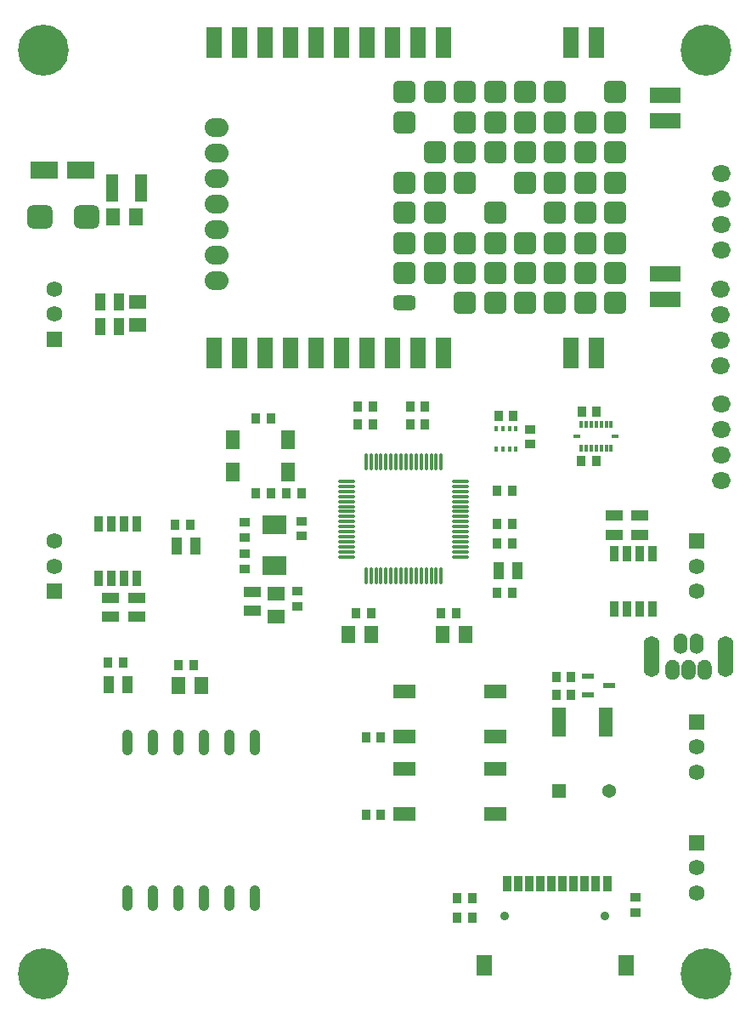
<source format=gbr>
%TF.GenerationSoftware,Altium Limited,Altium Designer,22.7.1 (60)*%
G04 Layer_Color=8388736*
%FSLAX45Y45*%
%MOMM*%
%TF.SameCoordinates,C4916FE7-F214-4651-8B13-81D0A890374D*%
%TF.FilePolarity,Negative*%
%TF.FileFunction,Soldermask,Top*%
%TF.Part,Single*%
G01*
G75*
%TA.AperFunction,SMDPad,CuDef*%
%ADD14R,0.35000X0.50000*%
%ADD81R,0.87600X1.07600*%
%ADD83R,1.23600X2.79600*%
%ADD84R,1.47600X1.77600*%
%ADD90R,1.07600X1.77600*%
%ADD91R,1.77600X1.47600*%
%TA.AperFunction,ComponentPad*%
%ADD94O,1.87600X1.67600*%
%ADD95C,0.87600*%
%ADD96R,1.58400X1.58400*%
%ADD97C,1.58400*%
%ADD98O,1.57600X4.07600*%
%ADD99R,1.37600X1.37600*%
%ADD100C,1.37600*%
%ADD101O,2.37600X1.87600*%
%TA.AperFunction,ViaPad*%
%ADD102C,5.07600*%
%TA.AperFunction,SMDPad,CuDef*%
G04:AMPARAMS|DCode=108|XSize=1.636mm|YSize=0.356mm|CornerRadius=0.108mm|HoleSize=0mm|Usage=FLASHONLY|Rotation=90.000|XOffset=0mm|YOffset=0mm|HoleType=Round|Shape=RoundedRectangle|*
%AMROUNDEDRECTD108*
21,1,1.63600,0.14000,0,0,90.0*
21,1,1.42000,0.35600,0,0,90.0*
1,1,0.21600,0.07000,0.71000*
1,1,0.21600,0.07000,-0.71000*
1,1,0.21600,-0.07000,-0.71000*
1,1,0.21600,-0.07000,0.71000*
%
%ADD108ROUNDEDRECTD108*%
G04:AMPARAMS|DCode=109|XSize=1.636mm|YSize=0.356mm|CornerRadius=0.108mm|HoleSize=0mm|Usage=FLASHONLY|Rotation=180.000|XOffset=0mm|YOffset=0mm|HoleType=Round|Shape=RoundedRectangle|*
%AMROUNDEDRECTD109*
21,1,1.63600,0.14000,0,0,180.0*
21,1,1.42000,0.35600,0,0,180.0*
1,1,0.21600,-0.71000,0.07000*
1,1,0.21600,0.71000,0.07000*
1,1,0.21600,0.71000,-0.07000*
1,1,0.21600,-0.71000,-0.07000*
%
%ADD109ROUNDEDRECTD109*%
%ADD110R,0.66600X0.42600*%
%ADD111R,0.42600X0.66600*%
G04:AMPARAMS|DCode=112|XSize=2.276mm|YSize=2.276mm|CornerRadius=0.588mm|HoleSize=0mm|Usage=FLASHONLY|Rotation=90.000|XOffset=0mm|YOffset=0mm|HoleType=Round|Shape=RoundedRectangle|*
%AMROUNDEDRECTD112*
21,1,2.27600,1.10000,0,0,90.0*
21,1,1.10000,2.27600,0,0,90.0*
1,1,1.17600,0.55000,0.55000*
1,1,1.17600,0.55000,-0.55000*
1,1,1.17600,-0.55000,-0.55000*
1,1,1.17600,-0.55000,0.55000*
%
%ADD112ROUNDEDRECTD112*%
G04:AMPARAMS|DCode=113|XSize=1.476mm|YSize=2.276mm|CornerRadius=0.388mm|HoleSize=0mm|Usage=FLASHONLY|Rotation=90.000|XOffset=0mm|YOffset=0mm|HoleType=Round|Shape=RoundedRectangle|*
%AMROUNDEDRECTD113*
21,1,1.47600,1.50000,0,0,90.0*
21,1,0.70000,2.27600,0,0,90.0*
1,1,0.77600,0.75000,0.35000*
1,1,0.77600,0.75000,-0.35000*
1,1,0.77600,-0.75000,-0.35000*
1,1,0.77600,-0.75000,0.35000*
%
%ADD113ROUNDEDRECTD113*%
%ADD114R,1.57600X3.07600*%
%ADD115R,3.07600X1.57600*%
%ADD116R,0.87600X1.57600*%
%ADD117R,1.57600X2.07600*%
%ADD118R,2.67600X1.67600*%
G04:AMPARAMS|DCode=119|XSize=2.376mm|YSize=2.576mm|CornerRadius=0.613mm|HoleSize=0mm|Usage=FLASHONLY|Rotation=270.000|XOffset=0mm|YOffset=0mm|HoleType=Round|Shape=RoundedRectangle|*
%AMROUNDEDRECTD119*
21,1,2.37600,1.35000,0,0,270.0*
21,1,1.15000,2.57600,0,0,270.0*
1,1,1.22600,-0.67500,-0.57500*
1,1,1.22600,-0.67500,0.57500*
1,1,1.22600,0.67500,0.57500*
1,1,1.22600,0.67500,-0.57500*
%
%ADD119ROUNDEDRECTD119*%
%ADD120R,0.87600X1.52600*%
%ADD121R,1.77600X1.07600*%
%ADD122R,1.29520X0.60940*%
%ADD123R,1.37600X2.87600*%
%ADD124R,1.07600X0.87600*%
%ADD125R,2.47600X1.97600*%
%ADD126R,1.37600X1.97600*%
%ADD127O,1.07600X2.57600*%
%ADD128R,2.17600X1.47600*%
G36*
X6903700Y3789900D02*
X6907300Y3789600D01*
X6911000Y3789100D01*
X6914600Y3788500D01*
X6918100Y3787600D01*
X6921600Y3786600D01*
X6925100Y3785400D01*
X6928500Y3783900D01*
X6931800Y3782400D01*
X6935000Y3780600D01*
X6938100Y3778700D01*
X6941100Y3776600D01*
X6944100Y3774400D01*
X6946800Y3772000D01*
X6949500Y3769500D01*
X6952000Y3766800D01*
X6954400Y3764100D01*
X6956600Y3761100D01*
X6958700Y3758100D01*
X6960600Y3755000D01*
X6962400Y3751800D01*
X6963900Y3748500D01*
X6965400Y3745100D01*
X6966600Y3741600D01*
X6967600Y3738100D01*
X6968500Y3734600D01*
X6969100Y3731000D01*
X6969600Y3727300D01*
X6969900Y3723700D01*
X6970000Y3720000D01*
Y3660000D01*
X6969900Y3656300D01*
X6969600Y3652700D01*
X6969100Y3649000D01*
X6968500Y3645400D01*
X6967600Y3641900D01*
X6966600Y3638400D01*
X6965400Y3634900D01*
X6963900Y3631500D01*
X6962400Y3628200D01*
X6960600Y3625000D01*
X6958700Y3621900D01*
X6956600Y3618900D01*
X6954400Y3615900D01*
X6952000Y3613200D01*
X6949500Y3610500D01*
X6946800Y3608000D01*
X6944100Y3605600D01*
X6941100Y3603400D01*
X6938100Y3601300D01*
X6935000Y3599400D01*
X6931800Y3597600D01*
X6928500Y3596100D01*
X6925100Y3594600D01*
X6921600Y3593400D01*
X6918100Y3592400D01*
X6914600Y3591500D01*
X6911000Y3590900D01*
X6907300Y3590400D01*
X6903700Y3590100D01*
X6900000Y3590000D01*
X6896300Y3590100D01*
X6892700Y3590400D01*
X6889000Y3590900D01*
X6885400Y3591500D01*
X6881900Y3592400D01*
X6878400Y3593400D01*
X6874900Y3594600D01*
X6871500Y3596100D01*
X6868200Y3597600D01*
X6865000Y3599400D01*
X6861900Y3601300D01*
X6858900Y3603400D01*
X6855900Y3605600D01*
X6853200Y3608000D01*
X6850500Y3610500D01*
X6848000Y3613200D01*
X6845600Y3615900D01*
X6843400Y3618900D01*
X6841300Y3621900D01*
X6839400Y3625000D01*
X6837600Y3628200D01*
X6836100Y3631500D01*
X6834600Y3634900D01*
X6833400Y3638400D01*
X6832400Y3641900D01*
X6831500Y3645400D01*
X6830900Y3649000D01*
X6830400Y3652700D01*
X6830100Y3656300D01*
X6830000Y3660000D01*
Y3720000D01*
X6830100Y3723700D01*
X6830400Y3727300D01*
X6830900Y3731000D01*
X6831500Y3734600D01*
X6832400Y3738100D01*
X6833400Y3741600D01*
X6834600Y3745100D01*
X6836100Y3748500D01*
X6837600Y3751800D01*
X6839400Y3755000D01*
X6841300Y3758100D01*
X6843400Y3761100D01*
X6845600Y3764100D01*
X6848000Y3766800D01*
X6850500Y3769500D01*
X6853200Y3772000D01*
X6855900Y3774400D01*
X6858900Y3776600D01*
X6861900Y3778700D01*
X6865000Y3780600D01*
X6868200Y3782400D01*
X6871500Y3783900D01*
X6874900Y3785400D01*
X6878400Y3786600D01*
X6881900Y3787600D01*
X6885400Y3788500D01*
X6889000Y3789100D01*
X6892700Y3789600D01*
X6896300Y3789900D01*
X6900000Y3790000D01*
X6903700Y3789900D01*
D02*
G37*
G36*
X6743700D02*
X6747300Y3789600D01*
X6751000Y3789100D01*
X6754600Y3788500D01*
X6758100Y3787600D01*
X6761600Y3786600D01*
X6765100Y3785400D01*
X6768500Y3783900D01*
X6771800Y3782400D01*
X6775000Y3780600D01*
X6778100Y3778700D01*
X6781100Y3776600D01*
X6784100Y3774400D01*
X6786800Y3772000D01*
X6789500Y3769500D01*
X6792000Y3766800D01*
X6794400Y3764100D01*
X6796600Y3761100D01*
X6798700Y3758100D01*
X6800600Y3755000D01*
X6802400Y3751800D01*
X6803900Y3748500D01*
X6805400Y3745100D01*
X6806600Y3741600D01*
X6807600Y3738100D01*
X6808500Y3734600D01*
X6809100Y3731000D01*
X6809600Y3727300D01*
X6809900Y3723700D01*
X6810000Y3720000D01*
Y3660000D01*
X6809900Y3656300D01*
X6809600Y3652700D01*
X6809100Y3649000D01*
X6808500Y3645400D01*
X6807600Y3641900D01*
X6806600Y3638400D01*
X6805400Y3634900D01*
X6803900Y3631500D01*
X6802400Y3628200D01*
X6800600Y3625000D01*
X6798700Y3621900D01*
X6796600Y3618900D01*
X6794400Y3615900D01*
X6792000Y3613200D01*
X6789500Y3610500D01*
X6786800Y3608000D01*
X6784100Y3605600D01*
X6781100Y3603400D01*
X6778100Y3601300D01*
X6775000Y3599400D01*
X6771800Y3597600D01*
X6768500Y3596100D01*
X6765100Y3594600D01*
X6761600Y3593400D01*
X6758100Y3592400D01*
X6754600Y3591500D01*
X6751000Y3590900D01*
X6747300Y3590400D01*
X6743700Y3590100D01*
X6740000Y3590000D01*
X6736300Y3590100D01*
X6732700Y3590400D01*
X6729000Y3590900D01*
X6725400Y3591500D01*
X6721900Y3592400D01*
X6718400Y3593400D01*
X6714900Y3594600D01*
X6711500Y3596100D01*
X6708200Y3597600D01*
X6705000Y3599400D01*
X6701900Y3601300D01*
X6698900Y3603400D01*
X6695900Y3605600D01*
X6693200Y3608000D01*
X6690500Y3610500D01*
X6688000Y3613200D01*
X6685600Y3615900D01*
X6683400Y3618900D01*
X6681300Y3621900D01*
X6679400Y3625000D01*
X6677600Y3628200D01*
X6676100Y3631500D01*
X6674600Y3634900D01*
X6673400Y3638400D01*
X6672400Y3641900D01*
X6671500Y3645400D01*
X6670900Y3649000D01*
X6670400Y3652700D01*
X6670100Y3656300D01*
X6670000Y3660000D01*
Y3720000D01*
X6670100Y3723700D01*
X6670400Y3727300D01*
X6670900Y3731000D01*
X6671500Y3734600D01*
X6672400Y3738100D01*
X6673400Y3741600D01*
X6674600Y3745100D01*
X6676100Y3748500D01*
X6677600Y3751800D01*
X6679400Y3755000D01*
X6681300Y3758100D01*
X6683400Y3761100D01*
X6685600Y3764100D01*
X6688000Y3766800D01*
X6690500Y3769500D01*
X6693200Y3772000D01*
X6695900Y3774400D01*
X6698900Y3776600D01*
X6701900Y3778700D01*
X6705000Y3780600D01*
X6708200Y3782400D01*
X6711500Y3783900D01*
X6714900Y3785400D01*
X6718400Y3786600D01*
X6721900Y3787600D01*
X6725400Y3788500D01*
X6729000Y3789100D01*
X6732700Y3789600D01*
X6736300Y3789900D01*
X6740000Y3790000D01*
X6743700Y3789900D01*
D02*
G37*
G36*
X6983700Y3529900D02*
X6987300Y3529600D01*
X6991000Y3529100D01*
X6994600Y3528500D01*
X6998100Y3527600D01*
X7001600Y3526600D01*
X7005100Y3525400D01*
X7008500Y3523900D01*
X7011800Y3522400D01*
X7015000Y3520600D01*
X7018100Y3518700D01*
X7021100Y3516600D01*
X7024100Y3514400D01*
X7026800Y3512000D01*
X7029500Y3509500D01*
X7032000Y3506800D01*
X7034400Y3504100D01*
X7036600Y3501100D01*
X7038700Y3498100D01*
X7040600Y3495000D01*
X7042400Y3491800D01*
X7043900Y3488500D01*
X7045400Y3485100D01*
X7046600Y3481600D01*
X7047600Y3478100D01*
X7048500Y3474600D01*
X7049100Y3471000D01*
X7049600Y3467300D01*
X7049900Y3463700D01*
X7050000Y3460000D01*
Y3400000D01*
X7049900Y3396300D01*
X7049600Y3392700D01*
X7049100Y3389000D01*
X7048500Y3385400D01*
X7047600Y3381900D01*
X7046600Y3378400D01*
X7045400Y3374900D01*
X7043900Y3371500D01*
X7042400Y3368200D01*
X7040600Y3365000D01*
X7038700Y3361900D01*
X7036600Y3358900D01*
X7034400Y3355900D01*
X7032000Y3353200D01*
X7029500Y3350500D01*
X7026800Y3348000D01*
X7024100Y3345600D01*
X7021100Y3343400D01*
X7018100Y3341300D01*
X7015000Y3339400D01*
X7011800Y3337600D01*
X7008500Y3336100D01*
X7005100Y3334600D01*
X7001600Y3333400D01*
X6998100Y3332400D01*
X6994600Y3331500D01*
X6991000Y3330900D01*
X6987300Y3330400D01*
X6983700Y3330100D01*
X6980000Y3330000D01*
X6976300Y3330100D01*
X6972700Y3330400D01*
X6969000Y3330900D01*
X6965400Y3331500D01*
X6961900Y3332400D01*
X6958400Y3333400D01*
X6954900Y3334600D01*
X6951500Y3336100D01*
X6948200Y3337600D01*
X6945000Y3339400D01*
X6941900Y3341300D01*
X6938900Y3343400D01*
X6935900Y3345600D01*
X6933200Y3348000D01*
X6930500Y3350500D01*
X6928000Y3353200D01*
X6925600Y3355900D01*
X6923400Y3358900D01*
X6921300Y3361900D01*
X6919400Y3365000D01*
X6917600Y3368200D01*
X6916100Y3371500D01*
X6914600Y3374900D01*
X6913400Y3378400D01*
X6912400Y3381900D01*
X6911500Y3385400D01*
X6910900Y3389000D01*
X6910400Y3392700D01*
X6910100Y3396300D01*
X6910000Y3400000D01*
Y3460000D01*
X6910100Y3463700D01*
X6910400Y3467300D01*
X6910900Y3471000D01*
X6911500Y3474600D01*
X6912400Y3478100D01*
X6913400Y3481600D01*
X6914600Y3485100D01*
X6916100Y3488500D01*
X6917600Y3491800D01*
X6919400Y3495000D01*
X6921300Y3498100D01*
X6923400Y3501100D01*
X6925600Y3504100D01*
X6928000Y3506800D01*
X6930500Y3509500D01*
X6933200Y3512000D01*
X6935900Y3514400D01*
X6938900Y3516600D01*
X6941900Y3518700D01*
X6945000Y3520600D01*
X6948200Y3522400D01*
X6951500Y3523900D01*
X6954900Y3525400D01*
X6958400Y3526600D01*
X6961900Y3527600D01*
X6965400Y3528500D01*
X6969000Y3529100D01*
X6972700Y3529600D01*
X6976300Y3529900D01*
X6980000Y3530000D01*
X6983700Y3529900D01*
D02*
G37*
G36*
X6823700D02*
X6827300Y3529600D01*
X6831000Y3529100D01*
X6834600Y3528500D01*
X6838100Y3527600D01*
X6841600Y3526600D01*
X6845100Y3525400D01*
X6848500Y3523900D01*
X6851800Y3522400D01*
X6855000Y3520600D01*
X6858100Y3518700D01*
X6861100Y3516600D01*
X6864100Y3514400D01*
X6866800Y3512000D01*
X6869500Y3509500D01*
X6872000Y3506800D01*
X6874400Y3504100D01*
X6876600Y3501100D01*
X6878700Y3498100D01*
X6880600Y3495000D01*
X6882400Y3491800D01*
X6883900Y3488500D01*
X6885400Y3485100D01*
X6886600Y3481600D01*
X6887600Y3478100D01*
X6888500Y3474600D01*
X6889100Y3471000D01*
X6889600Y3467300D01*
X6889900Y3463700D01*
X6890000Y3460000D01*
Y3400000D01*
X6889900Y3396300D01*
X6889600Y3392700D01*
X6889100Y3389000D01*
X6888500Y3385400D01*
X6887600Y3381900D01*
X6886600Y3378400D01*
X6885400Y3374900D01*
X6883900Y3371500D01*
X6882400Y3368200D01*
X6880600Y3365000D01*
X6878700Y3361900D01*
X6876600Y3358900D01*
X6874400Y3355900D01*
X6872000Y3353200D01*
X6869500Y3350500D01*
X6866800Y3348000D01*
X6864100Y3345600D01*
X6861100Y3343400D01*
X6858100Y3341300D01*
X6855000Y3339400D01*
X6851800Y3337600D01*
X6848500Y3336100D01*
X6845100Y3334600D01*
X6841600Y3333400D01*
X6838100Y3332400D01*
X6834600Y3331500D01*
X6831000Y3330900D01*
X6827300Y3330400D01*
X6823700Y3330100D01*
X6820000Y3330000D01*
X6816300Y3330100D01*
X6812700Y3330400D01*
X6809000Y3330900D01*
X6805400Y3331500D01*
X6801900Y3332400D01*
X6798400Y3333400D01*
X6794900Y3334600D01*
X6791500Y3336100D01*
X6788200Y3337600D01*
X6785000Y3339400D01*
X6781900Y3341300D01*
X6778900Y3343400D01*
X6775900Y3345600D01*
X6773200Y3348000D01*
X6770500Y3350500D01*
X6768000Y3353200D01*
X6765600Y3355900D01*
X6763400Y3358900D01*
X6761300Y3361900D01*
X6759400Y3365000D01*
X6757600Y3368200D01*
X6756100Y3371500D01*
X6754600Y3374900D01*
X6753400Y3378400D01*
X6752400Y3381900D01*
X6751500Y3385400D01*
X6750900Y3389000D01*
X6750400Y3392700D01*
X6750100Y3396300D01*
X6750000Y3400000D01*
Y3460000D01*
X6750100Y3463700D01*
X6750400Y3467300D01*
X6750900Y3471000D01*
X6751500Y3474600D01*
X6752400Y3478100D01*
X6753400Y3481600D01*
X6754600Y3485100D01*
X6756100Y3488500D01*
X6757600Y3491800D01*
X6759400Y3495000D01*
X6761300Y3498100D01*
X6763400Y3501100D01*
X6765600Y3504100D01*
X6768000Y3506800D01*
X6770500Y3509500D01*
X6773200Y3512000D01*
X6775900Y3514400D01*
X6778900Y3516600D01*
X6781900Y3518700D01*
X6785000Y3520600D01*
X6788200Y3522400D01*
X6791500Y3523900D01*
X6794900Y3525400D01*
X6798400Y3526600D01*
X6801900Y3527600D01*
X6805400Y3528500D01*
X6809000Y3529100D01*
X6812700Y3529600D01*
X6816300Y3529900D01*
X6820000Y3530000D01*
X6823700Y3529900D01*
D02*
G37*
G36*
X6663700D02*
X6667300Y3529600D01*
X6671000Y3529100D01*
X6674600Y3528500D01*
X6678100Y3527600D01*
X6681600Y3526600D01*
X6685100Y3525400D01*
X6688500Y3523900D01*
X6691800Y3522400D01*
X6695000Y3520600D01*
X6698100Y3518700D01*
X6701100Y3516600D01*
X6704100Y3514400D01*
X6706800Y3512000D01*
X6709500Y3509500D01*
X6712000Y3506800D01*
X6714400Y3504100D01*
X6716600Y3501100D01*
X6718700Y3498100D01*
X6720600Y3495000D01*
X6722400Y3491800D01*
X6723900Y3488500D01*
X6725400Y3485100D01*
X6726600Y3481600D01*
X6727600Y3478100D01*
X6728500Y3474600D01*
X6729100Y3471000D01*
X6729600Y3467300D01*
X6729900Y3463700D01*
X6730000Y3460000D01*
Y3400000D01*
X6729900Y3396300D01*
X6729600Y3392700D01*
X6729100Y3389000D01*
X6728500Y3385400D01*
X6727600Y3381900D01*
X6726600Y3378400D01*
X6725400Y3374900D01*
X6723900Y3371500D01*
X6722400Y3368200D01*
X6720600Y3365000D01*
X6718700Y3361900D01*
X6716600Y3358900D01*
X6714400Y3355900D01*
X6712000Y3353200D01*
X6709500Y3350500D01*
X6706800Y3348000D01*
X6704100Y3345600D01*
X6701100Y3343400D01*
X6698100Y3341300D01*
X6695000Y3339400D01*
X6691800Y3337600D01*
X6688500Y3336100D01*
X6685100Y3334600D01*
X6681600Y3333400D01*
X6678100Y3332400D01*
X6674600Y3331500D01*
X6671000Y3330900D01*
X6667300Y3330400D01*
X6663700Y3330100D01*
X6660000Y3330000D01*
X6656300Y3330100D01*
X6652700Y3330400D01*
X6649000Y3330900D01*
X6645400Y3331500D01*
X6641900Y3332400D01*
X6638400Y3333400D01*
X6634900Y3334600D01*
X6631500Y3336100D01*
X6628200Y3337600D01*
X6625000Y3339400D01*
X6621900Y3341300D01*
X6618900Y3343400D01*
X6615900Y3345600D01*
X6613200Y3348000D01*
X6610500Y3350500D01*
X6608000Y3353200D01*
X6605600Y3355900D01*
X6603400Y3358900D01*
X6601300Y3361900D01*
X6599400Y3365000D01*
X6597600Y3368200D01*
X6596100Y3371500D01*
X6594600Y3374900D01*
X6593400Y3378400D01*
X6592400Y3381900D01*
X6591500Y3385400D01*
X6590900Y3389000D01*
X6590400Y3392700D01*
X6590100Y3396300D01*
X6590000Y3400000D01*
Y3460000D01*
X6590100Y3463700D01*
X6590400Y3467300D01*
X6590900Y3471000D01*
X6591500Y3474600D01*
X6592400Y3478100D01*
X6593400Y3481600D01*
X6594600Y3485100D01*
X6596100Y3488500D01*
X6597600Y3491800D01*
X6599400Y3495000D01*
X6601300Y3498100D01*
X6603400Y3501100D01*
X6605600Y3504100D01*
X6608000Y3506800D01*
X6610500Y3509500D01*
X6613200Y3512000D01*
X6615900Y3514400D01*
X6618900Y3516600D01*
X6621900Y3518700D01*
X6625000Y3520600D01*
X6628200Y3522400D01*
X6631500Y3523900D01*
X6634900Y3525400D01*
X6638400Y3526600D01*
X6641900Y3527600D01*
X6645400Y3528500D01*
X6649000Y3529100D01*
X6652700Y3529600D01*
X6656300Y3529900D01*
X6660000Y3530000D01*
X6663700Y3529900D01*
D02*
G37*
D14*
X5098851Y5829100D02*
D03*
X5033851D02*
D03*
X4968851D02*
D03*
X4903851D02*
D03*
Y5624100D02*
D03*
X4968851D02*
D03*
X5033851D02*
D03*
X5098851D02*
D03*
D81*
X5065001Y5210000D02*
D03*
X4915001D02*
D03*
X1705000Y4870000D02*
D03*
X1855000D02*
D03*
X5650000Y3180000D02*
D03*
X5500000D02*
D03*
X5650000Y3360000D02*
D03*
X5500000D02*
D03*
X3655001Y3990000D02*
D03*
X3505001D02*
D03*
X4355000D02*
D03*
X4505000D02*
D03*
X4915001Y4880000D02*
D03*
X5065001D02*
D03*
X5065001Y4690000D02*
D03*
X4915001D02*
D03*
X4915001Y4200000D02*
D03*
X5065001D02*
D03*
X2964999Y5190000D02*
D03*
X2814999D02*
D03*
X2505000D02*
D03*
X2655000D02*
D03*
X2505000Y5930000D02*
D03*
X2655000D02*
D03*
X3525001Y6050000D02*
D03*
X3675001D02*
D03*
X3675001Y5870000D02*
D03*
X3525001D02*
D03*
X4195001Y6050000D02*
D03*
X4045001D02*
D03*
X4195001Y5870000D02*
D03*
X4045001D02*
D03*
X4925000Y5960000D02*
D03*
X5075000D02*
D03*
X5905000Y6000000D02*
D03*
X5755000D02*
D03*
X5750001Y5510000D02*
D03*
X5900001D02*
D03*
X1885001Y3480000D02*
D03*
X1735001D02*
D03*
X1185001Y3500000D02*
D03*
X1035001D02*
D03*
X4515000Y1160000D02*
D03*
X4665000D02*
D03*
X3605001Y2760000D02*
D03*
X3755001D02*
D03*
Y1990000D02*
D03*
X3605001D02*
D03*
X4665000Y960000D02*
D03*
X4515000D02*
D03*
D83*
X1367500Y8230000D02*
D03*
X1072500D02*
D03*
D84*
X1314300Y7939999D02*
D03*
X1085700D02*
D03*
X3654301Y3780000D02*
D03*
X3425701D02*
D03*
X4594301D02*
D03*
X4365701D02*
D03*
X1964301Y3270000D02*
D03*
X1735701D02*
D03*
D90*
X1145000Y7090000D02*
D03*
X955000D02*
D03*
X1145000Y6850000D02*
D03*
X955000D02*
D03*
X1715000Y4660000D02*
D03*
X1905000D02*
D03*
X5115001Y4420000D02*
D03*
X4925001D02*
D03*
X1040001Y3280000D02*
D03*
X1230001D02*
D03*
D91*
X1330000Y6865698D02*
D03*
Y7094298D02*
D03*
X2710001Y3955700D02*
D03*
Y4184300D02*
D03*
D94*
X7140000Y7222001D02*
D03*
Y6968001D02*
D03*
Y6714001D02*
D03*
Y6460001D02*
D03*
X7145000Y5310002D02*
D03*
Y5564002D02*
D03*
Y5818002D02*
D03*
Y6072002D02*
D03*
X7150000Y8368001D02*
D03*
Y8114001D02*
D03*
Y7860001D02*
D03*
Y7606001D02*
D03*
D95*
X5990000Y980000D02*
D03*
X4990000D02*
D03*
D96*
X502501Y6719999D02*
D03*
Y4210000D02*
D03*
X6897500Y4710000D02*
D03*
X6900000Y2910000D02*
D03*
Y1710000D02*
D03*
D97*
X502501Y6969999D02*
D03*
Y7219999D02*
D03*
Y4710000D02*
D03*
Y4460000D02*
D03*
X6897500Y4210000D02*
D03*
Y4460000D02*
D03*
X6900000Y2410000D02*
D03*
Y2660000D02*
D03*
Y1210000D02*
D03*
Y1460000D02*
D03*
D98*
X7185000Y3560000D02*
D03*
X6455000D02*
D03*
D99*
X5526001Y2220000D02*
D03*
D100*
X6026001D02*
D03*
D101*
X2120000Y7302000D02*
D03*
Y7556000D02*
D03*
Y7810000D02*
D03*
Y8064000D02*
D03*
Y8318000D02*
D03*
Y8572000D02*
D03*
Y8826000D02*
D03*
D102*
X390000Y400000D02*
D03*
X6990000Y9600000D02*
D03*
Y400000D02*
D03*
X390000Y9600000D02*
D03*
D108*
X4355000Y5498000D02*
D03*
X4305000D02*
D03*
X4255000D02*
D03*
X4205000D02*
D03*
X4155000D02*
D03*
X4105000D02*
D03*
X4055000D02*
D03*
X4005000D02*
D03*
X3955000D02*
D03*
X3905000D02*
D03*
X3855000D02*
D03*
X3805000D02*
D03*
X3755000D02*
D03*
X3705000D02*
D03*
X3655000D02*
D03*
X3605000D02*
D03*
Y4362000D02*
D03*
X3655000D02*
D03*
X3705000D02*
D03*
X3755000D02*
D03*
X3805000D02*
D03*
X3855000D02*
D03*
X3905000D02*
D03*
X3955000D02*
D03*
X4005000D02*
D03*
X4055000D02*
D03*
X4105000D02*
D03*
X4155000D02*
D03*
X4205000D02*
D03*
X4255000D02*
D03*
X4305000D02*
D03*
X4355000D02*
D03*
D109*
X3412000Y5305000D02*
D03*
Y5255000D02*
D03*
Y5205000D02*
D03*
Y5155000D02*
D03*
Y5105000D02*
D03*
Y5055000D02*
D03*
Y5005000D02*
D03*
Y4955000D02*
D03*
Y4905000D02*
D03*
Y4855000D02*
D03*
Y4805000D02*
D03*
Y4755000D02*
D03*
Y4705000D02*
D03*
Y4655000D02*
D03*
Y4605000D02*
D03*
Y4555000D02*
D03*
X4548000D02*
D03*
Y4605000D02*
D03*
Y4655000D02*
D03*
Y4705000D02*
D03*
Y4755000D02*
D03*
Y4805000D02*
D03*
Y4855000D02*
D03*
Y4905000D02*
D03*
Y4955000D02*
D03*
Y5005000D02*
D03*
Y5055000D02*
D03*
Y5105000D02*
D03*
Y5155000D02*
D03*
Y5205000D02*
D03*
Y5255000D02*
D03*
Y5305000D02*
D03*
D110*
X5708200Y5753201D02*
D03*
X6091200D02*
D03*
D111*
X5749700Y5869700D02*
D03*
X5799700D02*
D03*
X5849701D02*
D03*
X5899700D02*
D03*
X5949700D02*
D03*
X5999700D02*
D03*
X6049700D02*
D03*
Y5636701D02*
D03*
X5999700D02*
D03*
X5949700D02*
D03*
X5899700D02*
D03*
X5849701D02*
D03*
X5799700D02*
D03*
X5749700D02*
D03*
D112*
X5490000Y9180000D02*
D03*
X4290000Y9180000D02*
D03*
X5790000Y7380000D02*
D03*
Y7680000D02*
D03*
Y7980000D02*
D03*
Y8280000D02*
D03*
X5790000Y8580000D02*
D03*
X5790000Y8880000D02*
D03*
X6090001Y9180000D02*
D03*
X4890000Y7980000D02*
D03*
X6090001Y7080000D02*
D03*
Y7680000D02*
D03*
X5490000D02*
D03*
X5190000D02*
D03*
X4890000D02*
D03*
X4590000D02*
D03*
X6090001Y8580000D02*
D03*
X5490000D02*
D03*
X5190000D02*
D03*
X4890000D02*
D03*
X4590000D02*
D03*
Y8880000D02*
D03*
X4290000Y7380000D02*
D03*
Y7680000D02*
D03*
Y8580000D02*
D03*
X5190000Y9180000D02*
D03*
X5790000Y7080000D02*
D03*
X5490000D02*
D03*
X5190000D02*
D03*
X4890000D02*
D03*
X4590000D02*
D03*
X3990000Y9180000D02*
D03*
Y7380000D02*
D03*
Y7980000D02*
D03*
Y8280000D02*
D03*
X6090001Y7380000D02*
D03*
X5490000D02*
D03*
X5190000D02*
D03*
X4890000D02*
D03*
X4590000D02*
D03*
X3990000Y7680000D02*
D03*
X6090001Y7980000D02*
D03*
X5490000D02*
D03*
X4290000D02*
D03*
X6090001Y8280000D02*
D03*
X5490000D02*
D03*
X5190000D02*
D03*
X4590000D02*
D03*
X4290000D02*
D03*
X6090001Y8880000D02*
D03*
X5490000D02*
D03*
X5190000D02*
D03*
X4890000D02*
D03*
X3990000D02*
D03*
X4890000Y9180000D02*
D03*
X4590000D02*
D03*
D113*
X3990000Y7080000D02*
D03*
D114*
X3617000Y6585000D02*
D03*
X3363000D02*
D03*
X3109000D02*
D03*
X2855000Y6585001D02*
D03*
X2601001Y6585000D02*
D03*
X2347000D02*
D03*
X2093000D02*
D03*
X3871000D02*
D03*
X4125000D02*
D03*
X4379000D02*
D03*
Y9675000D02*
D03*
X4125000D02*
D03*
X3871000D02*
D03*
X2093000D02*
D03*
X2347000D02*
D03*
X2601000D02*
D03*
X2855000Y9675000D02*
D03*
X3109000Y9675000D02*
D03*
X3363000D02*
D03*
X3617000D02*
D03*
X5903000Y6585000D02*
D03*
X5649000D02*
D03*
Y9675000D02*
D03*
X5903000D02*
D03*
D115*
X6585000Y7114000D02*
D03*
Y7368000D02*
D03*
Y9146000D02*
D03*
Y8892000D02*
D03*
D116*
X5785000Y1300000D02*
D03*
X5675000D02*
D03*
X5565000D02*
D03*
X5455000D02*
D03*
X5345000D02*
D03*
X5235000D02*
D03*
X5125000D02*
D03*
X5015000D02*
D03*
X6015000D02*
D03*
X5895000D02*
D03*
D117*
X6200000Y490000D02*
D03*
X4780000D02*
D03*
D118*
X400000Y8400000D02*
D03*
X760000D02*
D03*
D119*
X820000Y7939999D02*
D03*
X360000D02*
D03*
D120*
X939501Y4337499D02*
D03*
X1066501D02*
D03*
X1193501D02*
D03*
X1320501D02*
D03*
X939501Y4882499D02*
D03*
X1066501D02*
D03*
X1193501D02*
D03*
X1320501D02*
D03*
X6460500Y4582500D02*
D03*
X6333500D02*
D03*
X6206500D02*
D03*
X6079500D02*
D03*
X6460500Y4037500D02*
D03*
X6333500D02*
D03*
X6206500D02*
D03*
X6079500D02*
D03*
D121*
X1320001Y3955000D02*
D03*
Y4145000D02*
D03*
X1060001Y3955000D02*
D03*
Y4145000D02*
D03*
X2470001Y4204300D02*
D03*
Y4014300D02*
D03*
X6080000Y4965000D02*
D03*
Y4775000D02*
D03*
X6330000Y4965000D02*
D03*
Y4775000D02*
D03*
D122*
X6026680Y3270000D02*
D03*
X5813320Y3176020D02*
D03*
Y3363980D02*
D03*
D123*
X5995000Y2910000D02*
D03*
X5525000D02*
D03*
D124*
X2920001Y4214300D02*
D03*
Y4064300D02*
D03*
X2960001Y4910001D02*
D03*
Y4760001D02*
D03*
X2400001Y4435001D02*
D03*
Y4585001D02*
D03*
Y4900001D02*
D03*
Y4750001D02*
D03*
X5240000Y5825000D02*
D03*
Y5675000D02*
D03*
X6290000Y1165000D02*
D03*
Y1015000D02*
D03*
D125*
X2690001Y4465001D02*
D03*
Y4875001D02*
D03*
D126*
X2825001Y5400000D02*
D03*
X2275001D02*
D03*
Y5720000D02*
D03*
X2825001D02*
D03*
D127*
X1229998Y1158000D02*
D03*
X1483998D02*
D03*
X1737998D02*
D03*
X1991998D02*
D03*
X2245998D02*
D03*
X2499998D02*
D03*
X1229998Y2708000D02*
D03*
X1483998D02*
D03*
X1737998D02*
D03*
X1991998D02*
D03*
X2245998D02*
D03*
X2499998D02*
D03*
D128*
X3985001Y3214999D02*
D03*
X4895001D02*
D03*
X3985001Y2764999D02*
D03*
X4895001D02*
D03*
X3985001Y2445000D02*
D03*
X4895001D02*
D03*
X3985001Y1995000D02*
D03*
X4895001D02*
D03*
%TF.MD5,56a0392aa36b21eb76d71e2b4b98cae6*%
M02*

</source>
